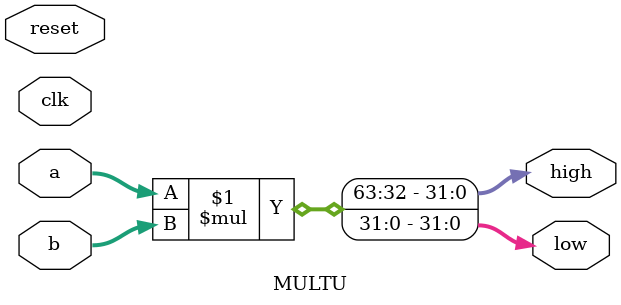
<source format=v>
`timescale 1ns / 1ps


module MULTU(
    input clk, 
    input reset,
    input [31:0] a,
    input [31:0] b,
    output [31:0] high,
    output [31:0] low
    );
    //ç³è¯·å¯å­å?
        assign {high, low} = a * b;
    
endmodule
</source>
